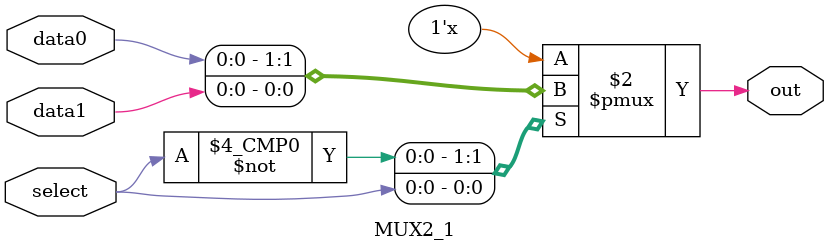
<source format=v>
module MUX2_1(data1,data0,out,select);

	input select;
	input data1;
	input data0;
	output out;
	
	reg out;
	wire select;
	wire data1;
	wire data0;
	
	always @(select or data1 or data0)
	begin
		case(select)
			0: out = data0;
			1: out = data1;
		endcase
	end
	
endmodule

</source>
